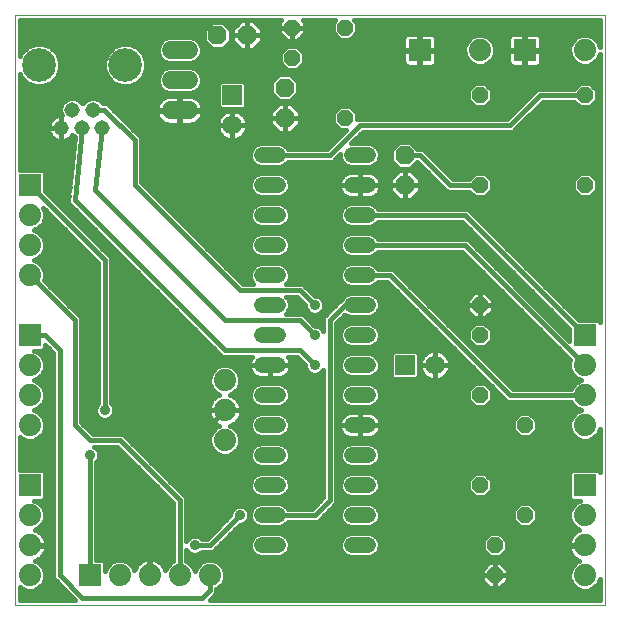
<source format=gbl>
G75*
G70*
%OFA0B0*%
%FSLAX24Y24*%
%IPPOS*%
%LPD*%
%AMOC8*
5,1,8,0,0,1.08239X$1,22.5*
%
%ADD10C,0.0000*%
%ADD11C,0.0515*%
%ADD12C,0.1122*%
%ADD13C,0.0600*%
%ADD14OC8,0.0630*%
%ADD15R,0.0650X0.0650*%
%ADD16C,0.0650*%
%ADD17OC8,0.0520*%
%ADD18C,0.0520*%
%ADD19C,0.0740*%
%ADD20R,0.0740X0.0740*%
%ADD21C,0.0160*%
%ADD22C,0.0356*%
D10*
X000816Y001371D02*
X000816Y021056D01*
X020501Y021056D01*
X020501Y001371D01*
X000816Y001371D01*
D11*
X002366Y017271D03*
X002736Y017891D03*
X003066Y017271D03*
X003426Y017891D03*
X003736Y017271D03*
D12*
X004503Y019371D03*
X001629Y019371D03*
D13*
X006016Y019871D02*
X006616Y019871D01*
X006616Y018871D02*
X006016Y018871D01*
X006016Y017871D02*
X006616Y017871D01*
D14*
X007566Y020371D03*
X008566Y020371D03*
X009816Y018621D03*
X009816Y017621D03*
X013816Y016371D03*
X013816Y015371D03*
D15*
X013816Y009371D03*
X008066Y018371D03*
D16*
X008066Y017371D03*
X014816Y009371D03*
D17*
X016316Y010371D03*
X016316Y011371D03*
X016316Y008371D03*
X017816Y007371D03*
X016316Y005371D03*
X017816Y004371D03*
X016816Y003371D03*
X016816Y002371D03*
X016316Y015371D03*
X016316Y018371D03*
X019816Y018371D03*
X019816Y015371D03*
X011816Y017621D03*
X010066Y019621D03*
X010066Y020621D03*
X011816Y020621D03*
D18*
X012056Y016371D02*
X012576Y016371D01*
X012576Y015371D02*
X012056Y015371D01*
X012056Y014371D02*
X012576Y014371D01*
X012576Y013371D02*
X012056Y013371D01*
X012056Y012371D02*
X012576Y012371D01*
X012576Y011371D02*
X012056Y011371D01*
X012056Y010371D02*
X012576Y010371D01*
X012576Y009371D02*
X012056Y009371D01*
X012056Y008371D02*
X012576Y008371D01*
X012576Y007371D02*
X012056Y007371D01*
X012056Y006371D02*
X012576Y006371D01*
X012576Y005371D02*
X012056Y005371D01*
X012056Y004371D02*
X012576Y004371D01*
X012576Y003371D02*
X012056Y003371D01*
X009576Y003371D02*
X009056Y003371D01*
X009056Y004371D02*
X009576Y004371D01*
X009576Y005371D02*
X009056Y005371D01*
X009056Y006371D02*
X009576Y006371D01*
X009576Y007371D02*
X009056Y007371D01*
X009056Y008371D02*
X009576Y008371D01*
X009576Y009371D02*
X009056Y009371D01*
X009056Y010371D02*
X009576Y010371D01*
X009576Y011371D02*
X009056Y011371D01*
X009056Y012371D02*
X009576Y012371D01*
X009576Y013371D02*
X009056Y013371D01*
X009056Y014371D02*
X009576Y014371D01*
X009576Y015371D02*
X009056Y015371D01*
X009056Y016371D02*
X009576Y016371D01*
D19*
X016316Y019871D03*
X019816Y019871D03*
X019816Y009371D03*
X019816Y008371D03*
X019816Y007371D03*
X019816Y004371D03*
X019816Y003371D03*
X019816Y002371D03*
X007816Y006871D03*
X007816Y007871D03*
X007816Y008871D03*
X007316Y002371D03*
X006316Y002371D03*
X005316Y002371D03*
X004316Y002371D03*
X001316Y002371D03*
X001316Y003371D03*
X001316Y004371D03*
X001316Y007371D03*
X001316Y008371D03*
X001316Y009371D03*
X001316Y012371D03*
X001316Y013371D03*
X001316Y014371D03*
D20*
X001316Y015371D03*
X001316Y010371D03*
X001316Y005371D03*
X003316Y002371D03*
X014316Y019871D03*
X017816Y019871D03*
X019816Y010371D03*
X019816Y005371D03*
D21*
X019306Y005334D02*
X016716Y005334D01*
X016716Y005205D02*
X016482Y004971D01*
X016151Y004971D01*
X015916Y005205D01*
X015916Y005536D01*
X016151Y005771D01*
X016482Y005771D01*
X016716Y005536D01*
X016716Y005205D01*
X016687Y005176D02*
X019306Y005176D01*
X019306Y005017D02*
X016529Y005017D01*
X016104Y005017D02*
X012768Y005017D01*
X012803Y005032D02*
X012915Y005144D01*
X012976Y005291D01*
X012976Y005450D01*
X012915Y005597D01*
X012803Y005710D01*
X012656Y005771D01*
X011977Y005771D01*
X011830Y005710D01*
X011717Y005597D01*
X011656Y005450D01*
X011656Y005291D01*
X011717Y005144D01*
X011830Y005032D01*
X011977Y004971D01*
X012656Y004971D01*
X012803Y005032D01*
X012929Y005176D02*
X015946Y005176D01*
X015916Y005334D02*
X012976Y005334D01*
X012959Y005493D02*
X015916Y005493D01*
X016031Y005651D02*
X012861Y005651D01*
X012656Y005971D02*
X012803Y006032D01*
X012915Y006144D01*
X012976Y006291D01*
X012976Y006450D01*
X012915Y006597D01*
X012803Y006710D01*
X012656Y006771D01*
X011977Y006771D01*
X011830Y006710D01*
X011717Y006597D01*
X011656Y006450D01*
X011656Y006291D01*
X011717Y006144D01*
X011830Y006032D01*
X011977Y005971D01*
X012656Y005971D01*
X012898Y006127D02*
X020321Y006127D01*
X020321Y005968D02*
X011536Y005968D01*
X011536Y005810D02*
X019318Y005810D01*
X019306Y005799D02*
X019306Y004943D01*
X019388Y004861D01*
X019667Y004861D01*
X019527Y004803D01*
X019384Y004660D01*
X019306Y004472D01*
X019306Y004269D01*
X019384Y004082D01*
X019527Y003938D01*
X019640Y003892D01*
X019605Y003880D01*
X019528Y003841D01*
X019458Y003790D01*
X019397Y003729D01*
X019346Y003659D01*
X019307Y003582D01*
X019280Y003499D01*
X019266Y003414D01*
X019266Y003391D01*
X019796Y003391D01*
X019796Y003351D01*
X019266Y003351D01*
X019266Y003327D01*
X019280Y003242D01*
X019307Y003160D01*
X019346Y003082D01*
X019397Y003012D01*
X019458Y002951D01*
X019528Y002900D01*
X019605Y002861D01*
X019640Y002850D01*
X019527Y002803D01*
X019384Y002660D01*
X019306Y002472D01*
X019306Y002269D01*
X019384Y002082D01*
X019527Y001938D01*
X019715Y001861D01*
X019918Y001861D01*
X020105Y001938D01*
X020249Y002082D01*
X020321Y002257D01*
X020321Y001551D01*
X007307Y001551D01*
X007407Y001651D01*
X007536Y001780D01*
X007536Y001910D01*
X007605Y001938D01*
X007749Y002082D01*
X007826Y002269D01*
X007826Y002472D01*
X007749Y002660D01*
X007605Y002803D01*
X007418Y002881D01*
X007215Y002881D01*
X007027Y002803D01*
X006884Y002660D01*
X006816Y002496D01*
X006749Y002660D01*
X006605Y002803D01*
X006536Y002832D01*
X006536Y003216D01*
X006547Y003191D01*
X006636Y003101D01*
X006753Y003053D01*
X006880Y003053D01*
X006997Y003101D01*
X007046Y003151D01*
X007225Y003151D01*
X007407Y003151D01*
X008309Y004053D01*
X008380Y004053D01*
X008497Y004101D01*
X008586Y004191D01*
X008634Y004307D01*
X008634Y004434D01*
X008586Y004551D01*
X008497Y004640D01*
X008380Y004689D01*
X008253Y004689D01*
X008136Y004640D01*
X008047Y004551D01*
X007998Y004434D01*
X007998Y004364D01*
X007225Y003591D01*
X007046Y003591D01*
X006997Y003640D01*
X006880Y003689D01*
X006753Y003689D01*
X006636Y003640D01*
X006547Y003551D01*
X006536Y003526D01*
X006536Y004780D01*
X006536Y004962D01*
X004407Y007091D01*
X004225Y007091D01*
X003407Y007091D01*
X003036Y007462D01*
X003036Y010780D01*
X003036Y010962D01*
X001798Y012200D01*
X001826Y012269D01*
X001826Y012472D01*
X001749Y012660D01*
X001605Y012803D01*
X001442Y012871D01*
X001605Y012938D01*
X001749Y013082D01*
X001826Y013269D01*
X001826Y013472D01*
X001749Y013660D01*
X001605Y013803D01*
X001442Y013871D01*
X001605Y013938D01*
X001749Y014082D01*
X001826Y014269D01*
X001826Y014472D01*
X001771Y014604D01*
X003596Y012780D01*
X003596Y008101D01*
X003547Y008051D01*
X003498Y007934D01*
X003498Y007807D01*
X003547Y007691D01*
X003636Y007601D01*
X003753Y007553D01*
X003880Y007553D01*
X003997Y007601D01*
X004086Y007691D01*
X004134Y007807D01*
X004134Y007934D01*
X004086Y008051D01*
X004036Y008101D01*
X004036Y012780D01*
X004036Y012962D01*
X001826Y015172D01*
X001826Y015799D01*
X001744Y015881D01*
X000996Y015881D01*
X000996Y019067D01*
X001035Y018974D01*
X001232Y018776D01*
X001490Y018670D01*
X001769Y018670D01*
X002026Y018776D01*
X002224Y018974D01*
X002330Y019231D01*
X002330Y019510D01*
X002224Y019768D01*
X002026Y019965D01*
X001769Y020072D01*
X001490Y020072D01*
X001232Y019965D01*
X001035Y019768D01*
X000996Y019674D01*
X000996Y020876D01*
X009699Y020876D01*
X009626Y020803D01*
X009626Y020621D01*
X010066Y020621D01*
X010066Y020620D01*
X010067Y020620D01*
X010067Y020621D01*
X010506Y020621D01*
X010506Y020803D01*
X010433Y020876D01*
X011506Y020876D01*
X011416Y020786D01*
X011416Y020455D01*
X011651Y020221D01*
X011982Y020221D01*
X012216Y020455D01*
X012216Y020786D01*
X012127Y020876D01*
X020321Y020876D01*
X020321Y019984D01*
X020249Y020160D01*
X020105Y020303D01*
X019918Y020381D01*
X019715Y020381D01*
X019527Y020303D01*
X019384Y020160D01*
X019306Y019972D01*
X019306Y019769D01*
X019384Y019582D01*
X019527Y019438D01*
X019715Y019361D01*
X019918Y019361D01*
X020105Y019438D01*
X020249Y019582D01*
X020321Y019757D01*
X020321Y010804D01*
X020244Y010881D01*
X019617Y010881D01*
X015907Y014591D01*
X015725Y014591D01*
X012918Y014591D01*
X012915Y014597D01*
X012803Y014710D01*
X012656Y014771D01*
X011977Y014771D01*
X011830Y014710D01*
X011717Y014597D01*
X011656Y014450D01*
X011656Y014291D01*
X011717Y014144D01*
X011830Y014032D01*
X011977Y013971D01*
X012656Y013971D01*
X012803Y014032D01*
X012915Y014144D01*
X012918Y014151D01*
X015725Y014151D01*
X019306Y010570D01*
X019306Y010192D01*
X016036Y013462D01*
X015907Y013591D01*
X012918Y013591D01*
X012915Y013597D01*
X012803Y013710D01*
X012656Y013771D01*
X011977Y013771D01*
X011830Y013710D01*
X011717Y013597D01*
X011656Y013450D01*
X011656Y013291D01*
X011717Y013144D01*
X011830Y013032D01*
X011977Y012971D01*
X012656Y012971D01*
X012803Y013032D01*
X012915Y013144D01*
X012918Y013151D01*
X015725Y013151D01*
X019335Y009541D01*
X019306Y009472D01*
X019306Y009269D01*
X019384Y009082D01*
X019527Y008938D01*
X019691Y008871D01*
X019527Y008803D01*
X019384Y008660D01*
X019355Y008591D01*
X017407Y008591D01*
X013407Y012591D01*
X013225Y012591D01*
X012918Y012591D01*
X012915Y012597D01*
X012803Y012710D01*
X012656Y012771D01*
X011977Y012771D01*
X011830Y012710D01*
X011717Y012597D01*
X011656Y012450D01*
X011656Y012291D01*
X011717Y012144D01*
X011830Y012032D01*
X011977Y011971D01*
X012656Y011971D01*
X012803Y012032D01*
X012915Y012144D01*
X012918Y012151D01*
X013225Y012151D01*
X017096Y008280D01*
X017225Y008151D01*
X019355Y008151D01*
X019384Y008082D01*
X019527Y007938D01*
X019691Y007871D01*
X019527Y007803D01*
X019384Y007660D01*
X019306Y007472D01*
X019306Y007269D01*
X019384Y007082D01*
X019527Y006938D01*
X019715Y006861D01*
X019918Y006861D01*
X020105Y006938D01*
X020249Y007082D01*
X020321Y007257D01*
X020321Y005804D01*
X020244Y005881D01*
X019388Y005881D01*
X019306Y005799D01*
X019306Y005651D02*
X016601Y005651D01*
X016716Y005493D02*
X019306Y005493D01*
X019662Y004859D02*
X011536Y004859D01*
X011536Y004780D02*
X011407Y004651D01*
X010907Y004151D01*
X010725Y004151D01*
X009918Y004151D01*
X009915Y004144D01*
X009803Y004032D01*
X009656Y003971D01*
X008977Y003971D01*
X008830Y004032D01*
X008717Y004144D01*
X008656Y004291D01*
X008656Y004450D01*
X008717Y004597D01*
X008830Y004710D01*
X008977Y004771D01*
X009656Y004771D01*
X009803Y004710D01*
X009915Y004597D01*
X009918Y004591D01*
X010725Y004591D01*
X011096Y004962D01*
X011096Y009216D01*
X011086Y009191D01*
X010997Y009101D01*
X010880Y009053D01*
X010753Y009053D01*
X010636Y009101D01*
X010547Y009191D01*
X010498Y009307D01*
X010498Y009378D01*
X010225Y009651D01*
X009917Y009651D01*
X009953Y009601D01*
X009984Y009540D01*
X010006Y009474D01*
X010016Y009405D01*
X010016Y009371D01*
X009317Y009371D01*
X009317Y009370D01*
X010016Y009370D01*
X010016Y009336D01*
X010006Y009268D01*
X009984Y009202D01*
X009953Y009140D01*
X009912Y009084D01*
X009863Y009035D01*
X009807Y008994D01*
X009745Y008963D01*
X009679Y008942D01*
X009611Y008931D01*
X009317Y008931D01*
X009317Y009370D01*
X009316Y009370D01*
X009316Y008931D01*
X009022Y008931D01*
X008953Y008942D01*
X008887Y008963D01*
X008826Y008994D01*
X008770Y009035D01*
X008721Y009084D01*
X008680Y009140D01*
X008649Y009202D01*
X008627Y009268D01*
X008616Y009336D01*
X008616Y009370D01*
X009316Y009370D01*
X009316Y009371D01*
X008616Y009371D01*
X008616Y009405D01*
X008627Y009474D01*
X008649Y009540D01*
X008680Y009601D01*
X008716Y009651D01*
X007725Y009651D01*
X007596Y009780D01*
X002716Y014660D01*
X002703Y014661D01*
X002653Y014723D01*
X002596Y014780D01*
X002596Y014793D01*
X002588Y014803D01*
X002596Y014882D01*
X002596Y014962D01*
X002606Y014971D01*
X002813Y016962D01*
X002738Y017037D01*
X002700Y016986D01*
X002651Y016937D01*
X002596Y016897D01*
X002534Y016865D01*
X002469Y016844D01*
X002401Y016833D01*
X002367Y016833D01*
X002367Y017270D01*
X002366Y017270D01*
X002366Y016833D01*
X002332Y016833D01*
X002264Y016844D01*
X002198Y016865D01*
X002137Y016897D01*
X002081Y016937D01*
X002033Y016986D01*
X001992Y017041D01*
X001961Y017103D01*
X001940Y017168D01*
X001929Y017236D01*
X001929Y017270D01*
X002366Y017270D01*
X002366Y017271D01*
X001929Y017271D01*
X001929Y017305D01*
X001940Y017373D01*
X001961Y017439D01*
X001992Y017500D01*
X002033Y017556D01*
X002081Y017604D01*
X002137Y017645D01*
X002198Y017676D01*
X002264Y017697D01*
X002332Y017708D01*
X002366Y017708D01*
X002366Y017271D01*
X002367Y017271D01*
X002367Y017708D01*
X002382Y017708D01*
X002339Y017812D01*
X002339Y017970D01*
X002399Y018116D01*
X002511Y018228D01*
X002657Y018288D01*
X002815Y018288D01*
X002961Y018228D01*
X003073Y018116D01*
X003081Y018096D01*
X003089Y018116D01*
X003201Y018228D01*
X003347Y018288D01*
X003505Y018288D01*
X003651Y018228D01*
X003763Y018116D01*
X003765Y018111D01*
X003887Y018111D01*
X004907Y017091D01*
X004907Y017091D01*
X005036Y016962D01*
X005036Y015462D01*
X008407Y012091D01*
X008771Y012091D01*
X008717Y012144D01*
X008656Y012291D01*
X008656Y012450D01*
X008717Y012597D01*
X008830Y012710D01*
X008977Y012771D01*
X009656Y012771D01*
X009803Y012710D01*
X009915Y012597D01*
X009976Y012450D01*
X009976Y012291D01*
X009915Y012144D01*
X009862Y012091D01*
X010225Y012091D01*
X010407Y012091D01*
X010809Y011689D01*
X010880Y011689D01*
X010997Y011640D01*
X011086Y011551D01*
X011134Y011434D01*
X011134Y011307D01*
X011086Y011191D01*
X010997Y011101D01*
X010880Y011053D01*
X010753Y011053D01*
X010636Y011101D01*
X010547Y011191D01*
X010498Y011307D01*
X010498Y011378D01*
X010225Y011651D01*
X009862Y011651D01*
X009915Y011597D01*
X009976Y011450D01*
X009976Y011291D01*
X009915Y011144D01*
X009862Y011091D01*
X010225Y011091D01*
X010407Y011091D01*
X010809Y010689D01*
X010880Y010689D01*
X010997Y010640D01*
X011086Y010551D01*
X011096Y010526D01*
X011096Y010780D01*
X011096Y010962D01*
X011596Y011462D01*
X011707Y011572D01*
X011717Y011597D01*
X011830Y011710D01*
X011977Y011771D01*
X012656Y011771D01*
X012803Y011710D01*
X012915Y011597D01*
X012976Y011450D01*
X012976Y011291D01*
X012915Y011144D01*
X012803Y011032D01*
X012656Y010971D01*
X011977Y010971D01*
X011830Y011032D01*
X011809Y011052D01*
X011536Y010780D01*
X011536Y004780D01*
X011457Y004700D02*
X011820Y004700D01*
X011830Y004710D02*
X011717Y004597D01*
X011656Y004450D01*
X011656Y004291D01*
X011717Y004144D01*
X011830Y004032D01*
X011977Y003971D01*
X012656Y003971D01*
X012803Y004032D01*
X012915Y004144D01*
X012976Y004291D01*
X012976Y004450D01*
X012915Y004597D01*
X012803Y004710D01*
X012656Y004771D01*
X011977Y004771D01*
X011830Y004710D01*
X011694Y004542D02*
X011298Y004542D01*
X011140Y004383D02*
X011656Y004383D01*
X011684Y004224D02*
X010981Y004224D01*
X010816Y004371D02*
X011316Y004871D01*
X011316Y010871D01*
X011816Y011371D01*
X012316Y011371D01*
X012813Y011042D02*
X014334Y011042D01*
X014176Y011200D02*
X012939Y011200D01*
X012976Y011359D02*
X014017Y011359D01*
X013858Y011517D02*
X012949Y011517D01*
X012837Y011676D02*
X013700Y011676D01*
X013541Y011835D02*
X010664Y011835D01*
X010505Y011993D02*
X011923Y011993D01*
X011714Y012152D02*
X009919Y012152D01*
X009976Y012310D02*
X011656Y012310D01*
X011664Y012469D02*
X009969Y012469D01*
X009885Y012627D02*
X011747Y012627D01*
X011758Y013103D02*
X009874Y013103D01*
X009915Y013144D02*
X009803Y013032D01*
X009656Y012971D01*
X008977Y012971D01*
X008830Y013032D01*
X008717Y013144D01*
X008656Y013291D01*
X008656Y013450D01*
X008717Y013597D01*
X008830Y013710D01*
X008977Y013771D01*
X009656Y013771D01*
X009803Y013710D01*
X009915Y013597D01*
X009976Y013450D01*
X009976Y013291D01*
X009915Y013144D01*
X009964Y013261D02*
X011669Y013261D01*
X011656Y013420D02*
X009976Y013420D01*
X009923Y013579D02*
X011710Y013579D01*
X011896Y013737D02*
X009737Y013737D01*
X009656Y013971D02*
X009803Y014032D01*
X009915Y014144D01*
X009976Y014291D01*
X009976Y014450D01*
X009915Y014597D01*
X009803Y014710D01*
X009656Y014771D01*
X008977Y014771D01*
X008830Y014710D01*
X008717Y014597D01*
X008656Y014450D01*
X008656Y014291D01*
X008717Y014144D01*
X008830Y014032D01*
X008977Y013971D01*
X009656Y013971D01*
X009826Y014054D02*
X011807Y014054D01*
X011689Y014213D02*
X009944Y014213D01*
X009976Y014371D02*
X011656Y014371D01*
X011689Y014530D02*
X009943Y014530D01*
X009824Y014688D02*
X011808Y014688D01*
X011887Y014963D02*
X011953Y014942D01*
X012022Y014931D01*
X012316Y014931D01*
X012316Y015370D01*
X012317Y015370D01*
X012317Y014931D01*
X012611Y014931D01*
X012679Y014942D01*
X012745Y014963D01*
X012807Y014994D01*
X012863Y015035D01*
X012912Y015084D01*
X012953Y015140D01*
X012984Y015202D01*
X013006Y015268D01*
X013016Y015336D01*
X013016Y015370D01*
X012317Y015370D01*
X012317Y015371D01*
X013016Y015371D01*
X013016Y015405D01*
X013006Y015474D01*
X012984Y015540D01*
X012953Y015601D01*
X012912Y015657D01*
X012863Y015706D01*
X012807Y015747D01*
X012745Y015778D01*
X012679Y015800D01*
X012611Y015811D01*
X012317Y015811D01*
X012317Y015371D01*
X012316Y015371D01*
X012316Y015370D01*
X011616Y015370D01*
X011616Y015336D01*
X011627Y015268D01*
X011649Y015202D01*
X011680Y015140D01*
X011721Y015084D01*
X011770Y015035D01*
X011826Y014994D01*
X011887Y014963D01*
X011811Y015005D02*
X009740Y015005D01*
X009803Y015032D02*
X009915Y015144D01*
X009976Y015291D01*
X009976Y015450D01*
X009915Y015597D01*
X009803Y015710D01*
X009656Y015771D01*
X008977Y015771D01*
X008830Y015710D01*
X008717Y015597D01*
X008656Y015450D01*
X008656Y015291D01*
X008717Y015144D01*
X008830Y015032D01*
X008977Y014971D01*
X009656Y014971D01*
X009803Y015032D01*
X009924Y015164D02*
X011668Y015164D01*
X011619Y015323D02*
X009976Y015323D01*
X009964Y015481D02*
X011630Y015481D01*
X011627Y015474D02*
X011649Y015540D01*
X011680Y015601D01*
X011721Y015657D01*
X011770Y015706D01*
X011826Y015747D01*
X011887Y015778D01*
X011953Y015800D01*
X012022Y015811D01*
X012316Y015811D01*
X012316Y015371D01*
X011616Y015371D01*
X011616Y015405D01*
X011627Y015474D01*
X011708Y015640D02*
X009873Y015640D01*
X009656Y015971D02*
X009803Y016032D01*
X009915Y016144D01*
X009918Y016151D01*
X011407Y016151D01*
X011536Y016280D01*
X011656Y016400D01*
X011656Y016291D01*
X011717Y016144D01*
X011830Y016032D01*
X011977Y015971D01*
X012656Y015971D01*
X012803Y016032D01*
X012915Y016144D01*
X012976Y016291D01*
X012976Y016450D01*
X012915Y016597D01*
X012803Y016710D01*
X012656Y016771D01*
X012027Y016771D01*
X012407Y017151D01*
X017407Y017151D01*
X017536Y017280D01*
X018407Y018151D01*
X019471Y018151D01*
X019651Y017971D01*
X019982Y017971D01*
X020216Y018205D01*
X020216Y018536D01*
X019982Y018771D01*
X019651Y018771D01*
X019471Y018591D01*
X018407Y018591D01*
X018225Y018591D01*
X017225Y017591D01*
X012407Y017591D01*
X012225Y017591D01*
X012216Y017582D01*
X012216Y017786D01*
X011982Y018021D01*
X011651Y018021D01*
X011416Y017786D01*
X011416Y017455D01*
X011651Y017221D01*
X011855Y017221D01*
X011225Y016591D01*
X009918Y016591D01*
X011225Y016591D01*
X011384Y016749D02*
X009707Y016749D01*
X009656Y016771D02*
X008977Y016771D01*
X008830Y016710D01*
X008717Y016597D01*
X008656Y016450D01*
X008656Y016291D01*
X008717Y016144D01*
X008830Y016032D01*
X008977Y015971D01*
X009656Y015971D01*
X009887Y016115D02*
X011746Y016115D01*
X011664Y016274D02*
X011531Y016274D01*
X011316Y016371D02*
X009316Y016371D01*
X009656Y016771D02*
X009803Y016710D01*
X009915Y016597D01*
X009918Y016591D01*
X009817Y017126D02*
X010021Y017126D01*
X010311Y017416D01*
X010311Y017620D01*
X009817Y017620D01*
X009817Y017621D01*
X010311Y017621D01*
X010311Y017826D01*
X010021Y018116D01*
X009817Y018116D01*
X009817Y017621D01*
X009816Y017621D01*
X009816Y017620D01*
X009817Y017620D01*
X009817Y017126D01*
X009816Y017126D02*
X009816Y017620D01*
X009321Y017620D01*
X009321Y017416D01*
X009611Y017126D01*
X009816Y017126D01*
X009816Y017225D02*
X009817Y017225D01*
X009816Y017384D02*
X009817Y017384D01*
X009816Y017542D02*
X009817Y017542D01*
X009816Y017621D02*
X009321Y017621D01*
X009321Y017826D01*
X009611Y018116D01*
X009816Y018116D01*
X009816Y017621D01*
X009816Y017701D02*
X009817Y017701D01*
X009816Y017859D02*
X009817Y017859D01*
X009816Y018018D02*
X009817Y018018D01*
X010005Y018166D02*
X009628Y018166D01*
X009361Y018432D01*
X009361Y018809D01*
X009628Y019076D01*
X010005Y019076D01*
X010271Y018809D01*
X010271Y018432D01*
X010005Y018166D01*
X010015Y018176D02*
X015945Y018176D01*
X015916Y018205D02*
X016151Y017971D01*
X016482Y017971D01*
X016716Y018205D01*
X016716Y018536D01*
X016482Y018771D01*
X016151Y018771D01*
X015916Y018536D01*
X015916Y018205D01*
X015916Y018335D02*
X010174Y018335D01*
X010271Y018493D02*
X015916Y018493D01*
X016032Y018652D02*
X010271Y018652D01*
X010270Y018810D02*
X020321Y018810D01*
X020321Y018652D02*
X020101Y018652D01*
X020216Y018493D02*
X020321Y018493D01*
X020321Y018335D02*
X020216Y018335D01*
X020188Y018176D02*
X020321Y018176D01*
X020321Y018018D02*
X020029Y018018D01*
X019816Y018371D02*
X018316Y018371D01*
X017316Y017371D01*
X012316Y017371D01*
X011316Y016371D01*
X011543Y016908D02*
X008270Y016908D01*
X008260Y016903D02*
X008331Y016939D01*
X008395Y016986D01*
X008452Y017042D01*
X008498Y017106D01*
X008534Y017177D01*
X008559Y017252D01*
X008571Y017331D01*
X008571Y017370D01*
X008067Y017370D01*
X008067Y017371D01*
X008571Y017371D01*
X008571Y017410D01*
X008559Y017489D01*
X008534Y017565D01*
X008498Y017635D01*
X008452Y017700D01*
X008395Y017756D01*
X008331Y017803D01*
X008260Y017839D01*
X008185Y017863D01*
X008106Y017876D01*
X008067Y017876D01*
X008067Y017371D01*
X008066Y017371D01*
X008066Y017370D01*
X008067Y017370D01*
X008067Y016866D01*
X008106Y016866D01*
X008185Y016878D01*
X008260Y016903D01*
X008067Y016908D02*
X008066Y016908D01*
X008066Y016866D02*
X008066Y017370D01*
X007561Y017370D01*
X007561Y017331D01*
X007574Y017252D01*
X007598Y017177D01*
X007634Y017106D01*
X007681Y017042D01*
X007737Y016986D01*
X007802Y016939D01*
X007873Y016903D01*
X007948Y016878D01*
X008027Y016866D01*
X008066Y016866D01*
X008066Y017066D02*
X008067Y017066D01*
X008066Y017225D02*
X008067Y017225D01*
X008066Y017371D02*
X007561Y017371D01*
X007561Y017410D01*
X007574Y017489D01*
X007598Y017565D01*
X007634Y017635D01*
X007681Y017700D01*
X007737Y017756D01*
X007802Y017803D01*
X007873Y017839D01*
X007948Y017863D01*
X008027Y017876D01*
X008066Y017876D01*
X008066Y017371D01*
X008066Y017384D02*
X008067Y017384D01*
X008066Y017542D02*
X008067Y017542D01*
X008066Y017701D02*
X008067Y017701D01*
X008066Y017859D02*
X008067Y017859D01*
X008197Y017859D02*
X009355Y017859D01*
X009321Y017701D02*
X008451Y017701D01*
X008542Y017542D02*
X009321Y017542D01*
X009353Y017384D02*
X008571Y017384D01*
X008550Y017225D02*
X009512Y017225D01*
X008925Y016749D02*
X005036Y016749D01*
X005036Y016591D02*
X008715Y016591D01*
X008656Y016432D02*
X005036Y016432D01*
X005036Y016274D02*
X008664Y016274D01*
X008746Y016115D02*
X005036Y016115D01*
X005036Y015957D02*
X013587Y015957D01*
X013628Y015916D02*
X014005Y015916D01*
X014233Y016143D01*
X015225Y015151D01*
X015407Y015151D01*
X015971Y015151D01*
X016151Y014971D01*
X016482Y014971D01*
X016716Y015205D01*
X016716Y015536D01*
X016482Y015771D01*
X016151Y015771D01*
X015971Y015591D01*
X015407Y015591D01*
X014536Y016462D01*
X014407Y016591D01*
X014240Y016591D01*
X014005Y016826D01*
X013628Y016826D01*
X013361Y016559D01*
X013361Y016182D01*
X013628Y015916D01*
X013611Y015866D02*
X013321Y015576D01*
X013321Y015371D01*
X013816Y015371D01*
X013816Y015370D01*
X013817Y015370D01*
X013817Y015371D01*
X014311Y015371D01*
X014311Y015576D01*
X014021Y015866D01*
X013817Y015866D01*
X013817Y015371D01*
X013816Y015371D01*
X013816Y015866D01*
X013611Y015866D01*
X013544Y015798D02*
X012685Y015798D01*
X012317Y015798D02*
X012316Y015798D01*
X012316Y015640D02*
X012317Y015640D01*
X012316Y015481D02*
X012317Y015481D01*
X012316Y015323D02*
X012317Y015323D01*
X012316Y015164D02*
X012317Y015164D01*
X012316Y015005D02*
X012317Y015005D01*
X012822Y015005D02*
X013482Y015005D01*
X013611Y014876D02*
X013321Y015166D01*
X013321Y015370D01*
X013816Y015370D01*
X013816Y014876D01*
X013611Y014876D01*
X013817Y014876D02*
X014021Y014876D01*
X014311Y015166D01*
X014311Y015370D01*
X013817Y015370D01*
X013817Y014876D01*
X013816Y015005D02*
X013817Y015005D01*
X013816Y015164D02*
X013817Y015164D01*
X013816Y015323D02*
X013817Y015323D01*
X013816Y015481D02*
X013817Y015481D01*
X013816Y015640D02*
X013817Y015640D01*
X013816Y015798D02*
X013817Y015798D01*
X014089Y015798D02*
X014578Y015798D01*
X014736Y015640D02*
X014247Y015640D01*
X014311Y015481D02*
X014895Y015481D01*
X015053Y015323D02*
X014311Y015323D01*
X014310Y015164D02*
X015212Y015164D01*
X015316Y015371D02*
X014316Y016371D01*
X013816Y016371D01*
X013552Y016749D02*
X012707Y016749D01*
X012918Y016591D02*
X013393Y016591D01*
X013361Y016432D02*
X012976Y016432D01*
X012969Y016274D02*
X013361Y016274D01*
X013428Y016115D02*
X012887Y016115D01*
X012925Y015640D02*
X013385Y015640D01*
X013321Y015481D02*
X013003Y015481D01*
X013014Y015323D02*
X013321Y015323D01*
X013323Y015164D02*
X012965Y015164D01*
X012824Y014688D02*
X020321Y014688D01*
X020321Y014530D02*
X015968Y014530D01*
X015816Y014371D02*
X019816Y010371D01*
X019306Y010408D02*
X019090Y010408D01*
X018932Y010566D02*
X019306Y010566D01*
X019151Y010725D02*
X018773Y010725D01*
X018615Y010883D02*
X018993Y010883D01*
X018834Y011042D02*
X018456Y011042D01*
X018298Y011200D02*
X018676Y011200D01*
X018517Y011359D02*
X018139Y011359D01*
X017981Y011517D02*
X018358Y011517D01*
X018200Y011676D02*
X017822Y011676D01*
X017664Y011835D02*
X018041Y011835D01*
X017883Y011993D02*
X017505Y011993D01*
X017346Y012152D02*
X017724Y012152D01*
X017566Y012310D02*
X017188Y012310D01*
X017029Y012469D02*
X017407Y012469D01*
X017249Y012627D02*
X016871Y012627D01*
X016712Y012786D02*
X017090Y012786D01*
X016932Y012944D02*
X016554Y012944D01*
X016395Y013103D02*
X016773Y013103D01*
X016614Y013261D02*
X016237Y013261D01*
X016078Y013420D02*
X016456Y013420D01*
X016297Y013579D02*
X015920Y013579D01*
X015816Y013371D02*
X012316Y013371D01*
X012737Y013737D02*
X016139Y013737D01*
X015980Y013896D02*
X006603Y013896D01*
X006761Y013737D02*
X008896Y013737D01*
X008710Y013579D02*
X006920Y013579D01*
X007078Y013420D02*
X008656Y013420D01*
X008669Y013261D02*
X007237Y013261D01*
X007395Y013103D02*
X008758Y013103D01*
X008747Y012627D02*
X007871Y012627D01*
X008029Y012469D02*
X008664Y012469D01*
X008656Y012310D02*
X008188Y012310D01*
X008346Y012152D02*
X008714Y012152D01*
X008316Y011871D02*
X010316Y011871D01*
X010816Y011371D01*
X011134Y011359D02*
X011494Y011359D01*
X011652Y011517D02*
X011100Y011517D01*
X010910Y011676D02*
X011796Y011676D01*
X011799Y011042D02*
X011820Y011042D01*
X011640Y010883D02*
X014493Y010883D01*
X014651Y010725D02*
X012767Y010725D01*
X012803Y010710D02*
X012656Y010771D01*
X011977Y010771D01*
X011830Y010710D01*
X011717Y010597D01*
X011656Y010450D01*
X011656Y010291D01*
X011717Y010144D01*
X011830Y010032D01*
X011977Y009971D01*
X012656Y009971D01*
X012803Y010032D01*
X012915Y010144D01*
X012976Y010291D01*
X012976Y010450D01*
X012915Y010597D01*
X012803Y010710D01*
X012928Y010566D02*
X014810Y010566D01*
X014968Y010408D02*
X012976Y010408D01*
X012959Y010249D02*
X015127Y010249D01*
X015285Y010091D02*
X012862Y010091D01*
X012656Y009771D02*
X012803Y009710D01*
X012915Y009597D01*
X012976Y009450D01*
X012976Y009291D01*
X012915Y009144D01*
X012803Y009032D01*
X012656Y008971D01*
X011977Y008971D01*
X011830Y009032D01*
X011717Y009144D01*
X011656Y009291D01*
X011656Y009450D01*
X011717Y009597D01*
X011830Y009710D01*
X011977Y009771D01*
X012656Y009771D01*
X012898Y009615D02*
X013351Y009615D01*
X013351Y009754D02*
X013433Y009836D01*
X014199Y009836D01*
X014281Y009754D01*
X014281Y008988D01*
X014199Y008906D01*
X013433Y008906D01*
X013351Y008988D01*
X013351Y009754D01*
X013371Y009774D02*
X011536Y009774D01*
X011536Y009932D02*
X015444Y009932D01*
X015602Y009774D02*
X015121Y009774D01*
X015145Y009756D02*
X015081Y009803D01*
X015010Y009839D01*
X014935Y009863D01*
X014856Y009876D01*
X014817Y009876D01*
X014817Y009371D01*
X015321Y009371D01*
X015321Y009410D01*
X015309Y009489D01*
X015284Y009565D01*
X015248Y009635D01*
X015202Y009700D01*
X015145Y009756D01*
X015259Y009615D02*
X015761Y009615D01*
X015920Y009456D02*
X015314Y009456D01*
X015321Y009370D02*
X014817Y009370D01*
X014817Y009371D01*
X014816Y009371D01*
X014816Y009370D01*
X014817Y009370D01*
X014817Y008866D01*
X014856Y008866D01*
X014935Y008878D01*
X015010Y008903D01*
X015081Y008939D01*
X015145Y008986D01*
X015202Y009042D01*
X015248Y009106D01*
X015284Y009177D01*
X015309Y009252D01*
X015321Y009331D01*
X015321Y009370D01*
X015316Y009298D02*
X016078Y009298D01*
X016237Y009139D02*
X015265Y009139D01*
X015139Y008981D02*
X016395Y008981D01*
X016554Y008822D02*
X011536Y008822D01*
X011536Y008664D02*
X011784Y008664D01*
X011830Y008710D02*
X011717Y008597D01*
X011656Y008450D01*
X011656Y008291D01*
X011717Y008144D01*
X011830Y008032D01*
X011977Y007971D01*
X012656Y007971D01*
X012803Y008032D01*
X012915Y008144D01*
X012976Y008291D01*
X012976Y008450D01*
X012915Y008597D01*
X012803Y008710D01*
X012656Y008771D01*
X011977Y008771D01*
X011830Y008710D01*
X011679Y008505D02*
X011536Y008505D01*
X011536Y008347D02*
X011656Y008347D01*
X011699Y008188D02*
X011536Y008188D01*
X011536Y008030D02*
X011835Y008030D01*
X011887Y007778D02*
X011826Y007747D01*
X011770Y007706D01*
X011721Y007657D01*
X011680Y007601D01*
X011649Y007540D01*
X011627Y007474D01*
X011616Y007405D01*
X011616Y007371D01*
X012316Y007371D01*
X012316Y007370D01*
X012317Y007370D01*
X012317Y006931D01*
X012611Y006931D01*
X012679Y006942D01*
X012745Y006963D01*
X012807Y006994D01*
X012863Y007035D01*
X012912Y007084D01*
X012953Y007140D01*
X012984Y007202D01*
X013006Y007268D01*
X013016Y007336D01*
X013016Y007370D01*
X012317Y007370D01*
X012317Y007371D01*
X013016Y007371D01*
X013016Y007405D01*
X013006Y007474D01*
X012984Y007540D01*
X012953Y007601D01*
X012912Y007657D01*
X012863Y007706D01*
X012807Y007747D01*
X012745Y007778D01*
X012679Y007800D01*
X012611Y007811D01*
X012317Y007811D01*
X012317Y007371D01*
X012316Y007371D01*
X012316Y007811D01*
X012022Y007811D01*
X011953Y007800D01*
X011887Y007778D01*
X011778Y007712D02*
X011536Y007712D01*
X011536Y007554D02*
X011656Y007554D01*
X011616Y007395D02*
X011536Y007395D01*
X011616Y007370D02*
X011616Y007336D01*
X011627Y007268D01*
X011649Y007202D01*
X011680Y007140D01*
X011721Y007084D01*
X011770Y007035D01*
X011826Y006994D01*
X011887Y006963D01*
X011953Y006942D01*
X012022Y006931D01*
X012316Y006931D01*
X012316Y007370D01*
X011616Y007370D01*
X011637Y007237D02*
X011536Y007237D01*
X011536Y007078D02*
X011727Y007078D01*
X011536Y006920D02*
X019572Y006920D01*
X019388Y007078D02*
X018090Y007078D01*
X017982Y006971D02*
X018216Y007205D01*
X018216Y007536D01*
X017982Y007771D01*
X017651Y007771D01*
X017416Y007536D01*
X017416Y007205D01*
X017651Y006971D01*
X017982Y006971D01*
X018216Y007237D02*
X019320Y007237D01*
X019306Y007395D02*
X018216Y007395D01*
X018199Y007554D02*
X019340Y007554D01*
X019437Y007712D02*
X018040Y007712D01*
X017592Y007712D02*
X012855Y007712D01*
X012977Y007554D02*
X017434Y007554D01*
X017416Y007395D02*
X013016Y007395D01*
X012995Y007237D02*
X017416Y007237D01*
X017543Y007078D02*
X012906Y007078D01*
X012679Y006761D02*
X020321Y006761D01*
X020321Y006603D02*
X012910Y006603D01*
X012976Y006444D02*
X020321Y006444D01*
X020321Y006286D02*
X012974Y006286D01*
X012316Y007078D02*
X012317Y007078D01*
X012316Y007237D02*
X012317Y007237D01*
X012316Y007395D02*
X012317Y007395D01*
X012316Y007554D02*
X012317Y007554D01*
X012316Y007712D02*
X012317Y007712D01*
X012798Y008030D02*
X016092Y008030D01*
X016151Y007971D02*
X016482Y007971D01*
X016716Y008205D01*
X016716Y008536D01*
X016482Y008771D01*
X016151Y008771D01*
X015916Y008536D01*
X015916Y008205D01*
X016151Y007971D01*
X015933Y008188D02*
X012934Y008188D01*
X012976Y008347D02*
X015916Y008347D01*
X015916Y008505D02*
X012954Y008505D01*
X012849Y008664D02*
X016044Y008664D01*
X016589Y008664D02*
X016712Y008664D01*
X016716Y008505D02*
X016871Y008505D01*
X016716Y008347D02*
X017029Y008347D01*
X017188Y008188D02*
X016699Y008188D01*
X016541Y008030D02*
X019436Y008030D01*
X019690Y007871D02*
X011536Y007871D01*
X011096Y007871D02*
X008366Y007871D01*
X008366Y007914D01*
X008353Y007999D01*
X008326Y008082D01*
X008287Y008159D01*
X008236Y008229D01*
X008175Y008290D01*
X008105Y008341D01*
X008027Y008380D01*
X007993Y008392D01*
X008105Y008438D01*
X008249Y008582D01*
X008326Y008769D01*
X008326Y008972D01*
X008249Y009160D01*
X008105Y009303D01*
X007918Y009381D01*
X007715Y009381D01*
X007527Y009303D01*
X007384Y009160D01*
X007306Y008972D01*
X007306Y008769D01*
X007384Y008582D01*
X007527Y008438D01*
X007640Y008392D01*
X007605Y008380D01*
X007528Y008341D01*
X007458Y008290D01*
X007397Y008229D01*
X007346Y008159D01*
X007307Y008082D01*
X007280Y007999D01*
X007266Y007914D01*
X007266Y007871D01*
X004134Y007871D01*
X004095Y007712D02*
X007289Y007712D01*
X007280Y007742D02*
X007307Y007660D01*
X007346Y007582D01*
X007397Y007512D01*
X007458Y007451D01*
X007528Y007400D01*
X007605Y007361D01*
X007640Y007350D01*
X007527Y007303D01*
X007384Y007160D01*
X007306Y006972D01*
X007306Y006769D01*
X007384Y006582D01*
X007527Y006438D01*
X007715Y006361D01*
X007918Y006361D01*
X008105Y006438D01*
X008249Y006582D01*
X008326Y006769D01*
X008326Y006972D01*
X008249Y007160D01*
X008105Y007303D01*
X007993Y007350D01*
X008027Y007361D01*
X008105Y007400D01*
X008175Y007451D01*
X008236Y007512D01*
X008287Y007582D01*
X008326Y007660D01*
X008353Y007742D01*
X008366Y007827D01*
X008366Y007870D01*
X007817Y007870D01*
X007817Y007871D01*
X008366Y007871D01*
X008343Y008030D02*
X008835Y008030D01*
X008830Y008032D02*
X008977Y007971D01*
X009656Y007971D01*
X009803Y008032D01*
X009915Y008144D01*
X009976Y008291D01*
X009976Y008450D01*
X009915Y008597D01*
X009803Y008710D01*
X009656Y008771D01*
X008977Y008771D01*
X008830Y008710D01*
X008717Y008597D01*
X008656Y008450D01*
X008656Y008291D01*
X008717Y008144D01*
X008830Y008032D01*
X008699Y008188D02*
X008266Y008188D01*
X008094Y008347D02*
X008656Y008347D01*
X008679Y008505D02*
X008172Y008505D01*
X008283Y008664D02*
X008784Y008664D01*
X008852Y008981D02*
X008323Y008981D01*
X008326Y008822D02*
X011096Y008822D01*
X011096Y008664D02*
X009849Y008664D01*
X009954Y008505D02*
X011096Y008505D01*
X011096Y008347D02*
X009976Y008347D01*
X009934Y008188D02*
X011096Y008188D01*
X011096Y008030D02*
X009798Y008030D01*
X009656Y007771D02*
X009803Y007710D01*
X009915Y007597D01*
X009976Y007450D01*
X009976Y007291D01*
X009915Y007144D01*
X009803Y007032D01*
X009656Y006971D01*
X008977Y006971D01*
X008830Y007032D01*
X008717Y007144D01*
X008656Y007291D01*
X008656Y007450D01*
X008717Y007597D01*
X008830Y007710D01*
X008977Y007771D01*
X009656Y007771D01*
X009796Y007712D02*
X011096Y007712D01*
X011096Y007554D02*
X009933Y007554D01*
X009976Y007395D02*
X011096Y007395D01*
X011096Y007237D02*
X009954Y007237D01*
X009850Y007078D02*
X011096Y007078D01*
X011096Y006920D02*
X008326Y006920D01*
X008323Y006761D02*
X008954Y006761D01*
X008977Y006771D02*
X008830Y006710D01*
X008717Y006597D01*
X008656Y006450D01*
X008656Y006291D01*
X008717Y006144D01*
X008830Y006032D01*
X008977Y005971D01*
X009656Y005971D01*
X009803Y006032D01*
X009915Y006144D01*
X009976Y006291D01*
X009976Y006450D01*
X009915Y006597D01*
X009803Y006710D01*
X009656Y006771D01*
X008977Y006771D01*
X008723Y006603D02*
X008257Y006603D01*
X008111Y006444D02*
X008656Y006444D01*
X008659Y006286D02*
X005213Y006286D01*
X005054Y006444D02*
X007522Y006444D01*
X007375Y006603D02*
X004896Y006603D01*
X004737Y006761D02*
X007310Y006761D01*
X007306Y006920D02*
X004578Y006920D01*
X004420Y007078D02*
X007350Y007078D01*
X007461Y007237D02*
X003261Y007237D01*
X003103Y007395D02*
X007538Y007395D01*
X007367Y007554D02*
X003883Y007554D01*
X003750Y007554D02*
X003036Y007554D01*
X003036Y007712D02*
X003538Y007712D01*
X003498Y007871D02*
X003036Y007871D01*
X003036Y008030D02*
X003538Y008030D01*
X003596Y008188D02*
X003036Y008188D01*
X003036Y008347D02*
X003596Y008347D01*
X003596Y008505D02*
X003036Y008505D01*
X003036Y008664D02*
X003596Y008664D01*
X003596Y008822D02*
X003036Y008822D01*
X003036Y008981D02*
X003596Y008981D01*
X003596Y009139D02*
X003036Y009139D01*
X003036Y009298D02*
X003596Y009298D01*
X003596Y009456D02*
X003036Y009456D01*
X003036Y009615D02*
X003596Y009615D01*
X003596Y009774D02*
X003036Y009774D01*
X003036Y009932D02*
X003596Y009932D01*
X003596Y010091D02*
X003036Y010091D01*
X003036Y010249D02*
X003596Y010249D01*
X003596Y010408D02*
X003036Y010408D01*
X003036Y010566D02*
X003596Y010566D01*
X003596Y010725D02*
X003036Y010725D01*
X003036Y010883D02*
X003596Y010883D01*
X003596Y011042D02*
X002956Y011042D01*
X002816Y010871D02*
X001316Y012371D01*
X001826Y012310D02*
X003596Y012310D01*
X003596Y012152D02*
X001846Y012152D01*
X002005Y011993D02*
X003596Y011993D01*
X003596Y011835D02*
X002164Y011835D01*
X002322Y011676D02*
X003596Y011676D01*
X003596Y011517D02*
X002481Y011517D01*
X002639Y011359D02*
X003596Y011359D01*
X003596Y011200D02*
X002798Y011200D01*
X002816Y010871D02*
X002816Y007371D01*
X003316Y006871D01*
X004316Y006871D01*
X006316Y004871D01*
X006316Y002371D01*
X005837Y002547D02*
X005826Y002582D01*
X005787Y002659D01*
X005736Y002729D01*
X005675Y002790D01*
X005605Y002841D01*
X005527Y002880D01*
X005445Y002907D01*
X005360Y002921D01*
X005336Y002921D01*
X005336Y002391D01*
X005296Y002391D01*
X005296Y002921D01*
X005273Y002921D01*
X005188Y002907D01*
X005105Y002880D01*
X005028Y002841D01*
X004958Y002790D01*
X004897Y002729D01*
X004846Y002659D01*
X004807Y002582D01*
X004795Y002547D01*
X004749Y002660D01*
X004605Y002803D01*
X004418Y002881D01*
X004215Y002881D01*
X004027Y002803D01*
X003884Y002660D01*
X003826Y002520D01*
X003826Y002799D01*
X003744Y002881D01*
X003536Y002881D01*
X003536Y006141D01*
X003586Y006191D01*
X003634Y006307D01*
X003634Y006434D01*
X003586Y006551D01*
X003497Y006640D01*
X003471Y006651D01*
X004225Y006651D01*
X006096Y004780D01*
X006096Y002832D01*
X006027Y002803D01*
X005884Y002660D01*
X005837Y002547D01*
X005876Y002639D02*
X005797Y002639D01*
X005664Y002798D02*
X006022Y002798D01*
X006096Y002956D02*
X003536Y002956D01*
X003536Y003115D02*
X006096Y003115D01*
X006096Y003273D02*
X003536Y003273D01*
X003536Y003432D02*
X006096Y003432D01*
X006096Y003590D02*
X003536Y003590D01*
X003536Y003749D02*
X006096Y003749D01*
X006096Y003907D02*
X003536Y003907D01*
X003536Y004066D02*
X006096Y004066D01*
X006096Y004224D02*
X003536Y004224D01*
X003536Y004383D02*
X006096Y004383D01*
X006096Y004542D02*
X003536Y004542D01*
X003536Y004700D02*
X006096Y004700D01*
X006017Y004859D02*
X003536Y004859D01*
X003536Y005017D02*
X005859Y005017D01*
X005816Y004871D02*
X005316Y004371D01*
X005316Y002371D01*
X005316Y002871D01*
X004316Y003871D01*
X004022Y002798D02*
X003826Y002798D01*
X003826Y002639D02*
X003876Y002639D01*
X003316Y002371D02*
X003316Y006371D01*
X003534Y006603D02*
X004273Y006603D01*
X004432Y006444D02*
X003630Y006444D01*
X003625Y006286D02*
X004590Y006286D01*
X004749Y006127D02*
X003536Y006127D01*
X003536Y005968D02*
X004907Y005968D01*
X005066Y005810D02*
X003536Y005810D01*
X003536Y005651D02*
X005225Y005651D01*
X005383Y005493D02*
X003536Y005493D01*
X003536Y005334D02*
X005542Y005334D01*
X005700Y005176D02*
X003536Y005176D01*
X002096Y005176D02*
X001826Y005176D01*
X001826Y005334D02*
X002096Y005334D01*
X002096Y005493D02*
X001826Y005493D01*
X001826Y005651D02*
X002096Y005651D01*
X002096Y005810D02*
X001815Y005810D01*
X001826Y005799D02*
X001744Y005881D01*
X000996Y005881D01*
X000996Y006970D01*
X001027Y006938D01*
X001215Y006861D01*
X001418Y006861D01*
X001605Y006938D01*
X001749Y007082D01*
X001826Y007269D01*
X001826Y007472D01*
X001749Y007660D01*
X001605Y007803D01*
X001442Y007871D01*
X001605Y007938D01*
X001749Y008082D01*
X001826Y008269D01*
X001826Y008472D01*
X001749Y008660D01*
X001605Y008803D01*
X001442Y008871D01*
X001605Y008938D01*
X001749Y009082D01*
X001826Y009269D01*
X001826Y009472D01*
X001749Y009660D01*
X001605Y009803D01*
X001466Y009861D01*
X001744Y009861D01*
X001826Y009943D01*
X001826Y010050D01*
X002096Y009780D01*
X002096Y002462D01*
X002096Y002280D01*
X002825Y001551D01*
X000996Y001551D01*
X000996Y001970D01*
X001027Y001938D01*
X001215Y001861D01*
X001418Y001861D01*
X001605Y001938D01*
X001749Y002082D01*
X001826Y002269D01*
X001826Y002472D01*
X001749Y002660D01*
X001605Y002803D01*
X001493Y002850D01*
X001527Y002861D01*
X001605Y002900D01*
X001675Y002951D01*
X001736Y003012D01*
X001787Y003082D01*
X001826Y003160D01*
X001853Y003242D01*
X001866Y003327D01*
X001866Y003351D01*
X001337Y003351D01*
X001337Y003391D01*
X001866Y003391D01*
X001866Y003414D01*
X001853Y003499D01*
X001826Y003582D01*
X001787Y003659D01*
X001736Y003729D01*
X001675Y003790D01*
X001605Y003841D01*
X001527Y003880D01*
X001493Y003892D01*
X001605Y003938D01*
X001749Y004082D01*
X001826Y004269D01*
X001826Y004472D01*
X001749Y004660D01*
X001605Y004803D01*
X001466Y004861D01*
X001744Y004861D01*
X001826Y004943D01*
X001826Y005799D01*
X002096Y005968D02*
X000996Y005968D01*
X000996Y006127D02*
X002096Y006127D01*
X002096Y006286D02*
X000996Y006286D01*
X000996Y006444D02*
X002096Y006444D01*
X002096Y006603D02*
X000996Y006603D01*
X000996Y006761D02*
X002096Y006761D01*
X002096Y006920D02*
X001560Y006920D01*
X001745Y007078D02*
X002096Y007078D01*
X002096Y007237D02*
X001813Y007237D01*
X001826Y007395D02*
X002096Y007395D01*
X002096Y007554D02*
X001792Y007554D01*
X001696Y007712D02*
X002096Y007712D01*
X002096Y007871D02*
X001443Y007871D01*
X001696Y008030D02*
X002096Y008030D01*
X002096Y008188D02*
X001793Y008188D01*
X001826Y008347D02*
X002096Y008347D01*
X002096Y008505D02*
X001813Y008505D01*
X001745Y008664D02*
X002096Y008664D01*
X002096Y008822D02*
X001559Y008822D01*
X001648Y008981D02*
X002096Y008981D01*
X002096Y009139D02*
X001773Y009139D01*
X001826Y009298D02*
X002096Y009298D01*
X002096Y009456D02*
X001826Y009456D01*
X001767Y009615D02*
X002096Y009615D01*
X002096Y009774D02*
X001635Y009774D01*
X001816Y009932D02*
X001944Y009932D01*
X002316Y009871D02*
X002316Y002371D01*
X003066Y001621D01*
X007066Y001621D01*
X007316Y001871D01*
X007316Y002371D01*
X007672Y002005D02*
X016560Y002005D01*
X016634Y001931D02*
X016376Y002188D01*
X016376Y002370D01*
X016816Y002370D01*
X016817Y002370D01*
X016817Y002371D01*
X017256Y002371D01*
X017256Y002553D01*
X016999Y002811D01*
X016817Y002811D01*
X016817Y002371D01*
X016816Y002371D01*
X016816Y002370D01*
X016816Y001931D01*
X016634Y001931D01*
X016817Y001931D02*
X016999Y001931D01*
X017256Y002188D01*
X017256Y002370D01*
X016817Y002370D01*
X016817Y001931D01*
X016816Y002005D02*
X016817Y002005D01*
X016816Y002163D02*
X016817Y002163D01*
X016816Y002322D02*
X016817Y002322D01*
X016816Y002371D02*
X016376Y002371D01*
X016376Y002553D01*
X016634Y002811D01*
X016816Y002811D01*
X016816Y002371D01*
X016816Y002481D02*
X016817Y002481D01*
X016816Y002639D02*
X016817Y002639D01*
X016816Y002798D02*
X016817Y002798D01*
X017012Y002798D02*
X019522Y002798D01*
X019453Y002956D02*
X006536Y002956D01*
X006536Y003115D02*
X006623Y003115D01*
X006611Y002798D02*
X007022Y002798D01*
X006876Y002639D02*
X006757Y002639D01*
X007010Y003115D02*
X008747Y003115D01*
X008717Y003144D02*
X008830Y003032D01*
X008977Y002971D01*
X009656Y002971D01*
X009803Y003032D01*
X009915Y003144D01*
X009976Y003291D01*
X009976Y003450D01*
X009915Y003597D01*
X009803Y003710D01*
X009656Y003771D01*
X008977Y003771D01*
X008830Y003710D01*
X008717Y003597D01*
X008656Y003450D01*
X008656Y003291D01*
X008717Y003144D01*
X008664Y003273D02*
X007530Y003273D01*
X007689Y003432D02*
X008656Y003432D01*
X008714Y003590D02*
X007847Y003590D01*
X008006Y003749D02*
X008924Y003749D01*
X008795Y004066D02*
X008412Y004066D01*
X008600Y004224D02*
X008684Y004224D01*
X008656Y004383D02*
X008634Y004383D01*
X008590Y004542D02*
X008694Y004542D01*
X008820Y004700D02*
X006536Y004700D01*
X006536Y004542D02*
X008043Y004542D01*
X007998Y004383D02*
X006536Y004383D01*
X006536Y004224D02*
X007859Y004224D01*
X007701Y004066D02*
X006536Y004066D01*
X006536Y003907D02*
X007542Y003907D01*
X007383Y003749D02*
X006536Y003749D01*
X006536Y003590D02*
X006586Y003590D01*
X006816Y003371D02*
X007316Y003371D01*
X008316Y004371D01*
X008830Y005032D02*
X008977Y004971D01*
X009656Y004971D01*
X009803Y005032D01*
X009915Y005144D01*
X009976Y005291D01*
X009976Y005450D01*
X009915Y005597D01*
X009803Y005710D01*
X009656Y005771D01*
X008977Y005771D01*
X008830Y005710D01*
X008717Y005597D01*
X008656Y005450D01*
X008656Y005291D01*
X008717Y005144D01*
X008830Y005032D01*
X008865Y005017D02*
X006481Y005017D01*
X006536Y004859D02*
X010993Y004859D01*
X011096Y005017D02*
X009768Y005017D01*
X009929Y005176D02*
X011096Y005176D01*
X011096Y005334D02*
X009976Y005334D01*
X009959Y005493D02*
X011096Y005493D01*
X011096Y005651D02*
X009861Y005651D01*
X009898Y006127D02*
X011096Y006127D01*
X011096Y005968D02*
X005530Y005968D01*
X005688Y005810D02*
X011096Y005810D01*
X011536Y005651D02*
X011771Y005651D01*
X011674Y005493D02*
X011536Y005493D01*
X011536Y005334D02*
X011656Y005334D01*
X011704Y005176D02*
X011536Y005176D01*
X011536Y005017D02*
X011865Y005017D01*
X011795Y004066D02*
X009837Y004066D01*
X009709Y003749D02*
X011924Y003749D01*
X011977Y003771D02*
X011830Y003710D01*
X011717Y003597D01*
X011656Y003450D01*
X011656Y003291D01*
X011717Y003144D01*
X011830Y003032D01*
X011977Y002971D01*
X012656Y002971D01*
X012803Y003032D01*
X012915Y003144D01*
X012976Y003291D01*
X012976Y003450D01*
X012915Y003597D01*
X012803Y003710D01*
X012656Y003771D01*
X011977Y003771D01*
X011714Y003590D02*
X009918Y003590D01*
X009976Y003432D02*
X011656Y003432D01*
X011664Y003273D02*
X009969Y003273D01*
X009886Y003115D02*
X011747Y003115D01*
X012886Y003115D02*
X016507Y003115D01*
X016416Y003205D02*
X016651Y002971D01*
X016982Y002971D01*
X017216Y003205D01*
X017216Y003536D01*
X016982Y003771D01*
X016651Y003771D01*
X016416Y003536D01*
X016416Y003205D01*
X016416Y003273D02*
X012969Y003273D01*
X012976Y003432D02*
X016416Y003432D01*
X016470Y003590D02*
X012918Y003590D01*
X012709Y003749D02*
X016629Y003749D01*
X017004Y003749D02*
X019417Y003749D01*
X019311Y003590D02*
X017162Y003590D01*
X017216Y003432D02*
X019269Y003432D01*
X019275Y003273D02*
X017216Y003273D01*
X017126Y003115D02*
X019330Y003115D01*
X019376Y002639D02*
X017170Y002639D01*
X017256Y002481D02*
X019310Y002481D01*
X019306Y002322D02*
X017256Y002322D01*
X017231Y002163D02*
X019350Y002163D01*
X019461Y002005D02*
X017073Y002005D01*
X016401Y002163D02*
X007782Y002163D01*
X007826Y002322D02*
X016376Y002322D01*
X016376Y002481D02*
X007823Y002481D01*
X007757Y002639D02*
X016463Y002639D01*
X016621Y002798D02*
X007611Y002798D01*
X007536Y001846D02*
X020321Y001846D01*
X020321Y001688D02*
X007445Y001688D01*
X008164Y003907D02*
X019602Y003907D01*
X019400Y004066D02*
X018077Y004066D01*
X017982Y003971D02*
X018216Y004205D01*
X018216Y004536D01*
X017982Y004771D01*
X017651Y004771D01*
X017416Y004536D01*
X017416Y004205D01*
X017651Y003971D01*
X017982Y003971D01*
X018216Y004224D02*
X019325Y004224D01*
X019306Y004383D02*
X018216Y004383D01*
X018211Y004542D02*
X019335Y004542D01*
X019425Y004700D02*
X018053Y004700D01*
X017580Y004700D02*
X012813Y004700D01*
X012939Y004542D02*
X017422Y004542D01*
X017416Y004383D02*
X012976Y004383D01*
X012949Y004224D02*
X017416Y004224D01*
X017555Y004066D02*
X012837Y004066D01*
X010816Y004371D02*
X009316Y004371D01*
X009813Y004700D02*
X010835Y004700D01*
X011536Y006127D02*
X011734Y006127D01*
X011659Y006286D02*
X011536Y006286D01*
X011536Y006444D02*
X011656Y006444D01*
X011723Y006603D02*
X011536Y006603D01*
X011536Y006761D02*
X011954Y006761D01*
X011096Y006761D02*
X009679Y006761D01*
X009910Y006603D02*
X011096Y006603D01*
X011096Y006444D02*
X009976Y006444D01*
X009974Y006286D02*
X011096Y006286D01*
X008734Y006127D02*
X005371Y006127D01*
X005847Y005651D02*
X008771Y005651D01*
X008674Y005493D02*
X006005Y005493D01*
X006164Y005334D02*
X008656Y005334D01*
X008704Y005176D02*
X006322Y005176D01*
X006816Y004871D02*
X006816Y006871D01*
X007816Y007871D01*
X007816Y007870D01*
X007266Y007870D01*
X007266Y007827D01*
X007280Y007742D01*
X007266Y007871D02*
X007816Y007871D01*
X007367Y008188D02*
X004036Y008188D01*
X004036Y008347D02*
X007539Y008347D01*
X007461Y008505D02*
X004036Y008505D01*
X004036Y008664D02*
X007350Y008664D01*
X007306Y008822D02*
X004036Y008822D01*
X004036Y008981D02*
X007310Y008981D01*
X007376Y009139D02*
X004036Y009139D01*
X004036Y009298D02*
X007522Y009298D01*
X007602Y009774D02*
X004036Y009774D01*
X004036Y009932D02*
X007444Y009932D01*
X007285Y010091D02*
X004036Y010091D01*
X004036Y010249D02*
X007127Y010249D01*
X006968Y010408D02*
X004036Y010408D01*
X004036Y010566D02*
X006810Y010566D01*
X006651Y010725D02*
X004036Y010725D01*
X004036Y010883D02*
X006493Y010883D01*
X006334Y011042D02*
X004036Y011042D01*
X004036Y011200D02*
X006176Y011200D01*
X006017Y011359D02*
X004036Y011359D01*
X004036Y011517D02*
X005858Y011517D01*
X005700Y011676D02*
X004036Y011676D01*
X004036Y011835D02*
X005541Y011835D01*
X005383Y011993D02*
X004036Y011993D01*
X004036Y012152D02*
X005224Y012152D01*
X005066Y012310D02*
X004036Y012310D01*
X004036Y012469D02*
X004907Y012469D01*
X004749Y012627D02*
X004036Y012627D01*
X004036Y012786D02*
X004590Y012786D01*
X004432Y012944D02*
X004036Y012944D01*
X003895Y013103D02*
X004273Y013103D01*
X004114Y013261D02*
X003737Y013261D01*
X003578Y013420D02*
X003956Y013420D01*
X003797Y013579D02*
X003420Y013579D01*
X003261Y013737D02*
X003639Y013737D01*
X003480Y013896D02*
X003103Y013896D01*
X002944Y014054D02*
X003322Y014054D01*
X003163Y014213D02*
X002785Y014213D01*
X002627Y014371D02*
X003005Y014371D01*
X002846Y014530D02*
X002468Y014530D01*
X002310Y014688D02*
X002681Y014688D01*
X002593Y014847D02*
X002151Y014847D01*
X001993Y015005D02*
X002609Y015005D01*
X002626Y015164D02*
X001834Y015164D01*
X001826Y015323D02*
X002642Y015323D01*
X002659Y015481D02*
X001826Y015481D01*
X001826Y015640D02*
X002675Y015640D01*
X002692Y015798D02*
X001826Y015798D01*
X001316Y015371D02*
X003816Y012871D01*
X003816Y007871D01*
X004095Y008030D02*
X007290Y008030D01*
X008095Y007395D02*
X008656Y007395D01*
X008679Y007237D02*
X008171Y007237D01*
X008282Y007078D02*
X008783Y007078D01*
X008699Y007554D02*
X008266Y007554D01*
X008343Y007712D02*
X008836Y007712D01*
X009316Y008981D02*
X009317Y008981D01*
X009316Y009139D02*
X009317Y009139D01*
X009316Y009298D02*
X009317Y009298D01*
X009780Y008981D02*
X011096Y008981D01*
X011096Y009139D02*
X011035Y009139D01*
X010816Y009371D02*
X010316Y009871D01*
X007816Y009871D01*
X002816Y014871D01*
X003066Y017271D01*
X002807Y016908D02*
X002611Y016908D01*
X002791Y016749D02*
X000996Y016749D01*
X000996Y016591D02*
X002774Y016591D01*
X002758Y016432D02*
X000996Y016432D01*
X000996Y016274D02*
X002741Y016274D01*
X002725Y016115D02*
X000996Y016115D01*
X000996Y015957D02*
X002708Y015957D01*
X002366Y016908D02*
X002367Y016908D01*
X002366Y017066D02*
X002367Y017066D01*
X002366Y017225D02*
X002367Y017225D01*
X002366Y017384D02*
X002367Y017384D01*
X002366Y017542D02*
X002367Y017542D01*
X002366Y017701D02*
X002367Y017701D01*
X002285Y017701D02*
X000996Y017701D01*
X000996Y017859D02*
X002339Y017859D01*
X002359Y018018D02*
X000996Y018018D01*
X000996Y018176D02*
X002460Y018176D01*
X002061Y018810D02*
X004072Y018810D01*
X004106Y018776D02*
X004364Y018670D01*
X004643Y018670D01*
X004900Y018776D01*
X005098Y018974D01*
X005204Y019231D01*
X005204Y019510D01*
X005098Y019768D01*
X004900Y019965D01*
X004643Y020072D01*
X004364Y020072D01*
X004106Y019965D01*
X003909Y019768D01*
X003802Y019510D01*
X003802Y019231D01*
X003909Y018974D01*
X004106Y018776D01*
X003914Y018969D02*
X002219Y018969D01*
X002287Y019128D02*
X003845Y019128D01*
X003802Y019286D02*
X002330Y019286D01*
X002330Y019445D02*
X003802Y019445D01*
X003841Y019603D02*
X002292Y019603D01*
X002226Y019762D02*
X003907Y019762D01*
X004062Y019920D02*
X002071Y019920D01*
X001188Y019920D02*
X000996Y019920D01*
X000996Y019762D02*
X001033Y019762D01*
X000996Y020079D02*
X005626Y020079D01*
X005643Y020120D02*
X005576Y019958D01*
X005576Y019783D01*
X005643Y019621D01*
X005767Y019498D01*
X005929Y019431D01*
X006704Y019431D01*
X006866Y019498D01*
X006989Y019621D01*
X007056Y019783D01*
X007056Y019958D01*
X006989Y020120D01*
X006866Y020244D01*
X006704Y020311D01*
X005929Y020311D01*
X005767Y020244D01*
X005643Y020120D01*
X005761Y020237D02*
X000996Y020237D01*
X000996Y020396D02*
X007111Y020396D01*
X007111Y020554D02*
X000996Y020554D01*
X000996Y020713D02*
X007265Y020713D01*
X007378Y020826D02*
X007111Y020559D01*
X007111Y020182D01*
X007378Y019916D01*
X007755Y019916D01*
X008021Y020182D01*
X008021Y020559D01*
X007755Y020826D01*
X007378Y020826D01*
X007111Y020237D02*
X006872Y020237D01*
X007006Y020079D02*
X007215Y020079D01*
X007056Y019920D02*
X007373Y019920D01*
X007047Y019762D02*
X009666Y019762D01*
X009666Y019786D02*
X009666Y019455D01*
X009901Y019221D01*
X010232Y019221D01*
X010466Y019455D01*
X010466Y019786D01*
X010232Y020021D01*
X009901Y020021D01*
X009666Y019786D01*
X009666Y019603D02*
X006971Y019603D01*
X006738Y019445D02*
X009677Y019445D01*
X009835Y019286D02*
X006763Y019286D01*
X006704Y019311D02*
X005929Y019311D01*
X005767Y019244D01*
X005643Y019120D01*
X005576Y018958D01*
X005576Y018783D01*
X005643Y018621D01*
X005767Y018498D01*
X005929Y018431D01*
X006704Y018431D01*
X006866Y018498D01*
X006989Y018621D01*
X007056Y018783D01*
X007056Y018958D01*
X006989Y019120D01*
X006866Y019244D01*
X006704Y019311D01*
X006982Y019128D02*
X020321Y019128D01*
X020321Y019286D02*
X010297Y019286D01*
X010456Y019445D02*
X013775Y019445D01*
X013779Y019431D02*
X013802Y019390D01*
X013836Y019357D01*
X013877Y019333D01*
X013923Y019321D01*
X014296Y019321D01*
X014296Y019850D01*
X014336Y019850D01*
X014336Y019321D01*
X014710Y019321D01*
X014756Y019333D01*
X014797Y019357D01*
X014830Y019390D01*
X014854Y019431D01*
X014866Y019477D01*
X014866Y019851D01*
X014337Y019851D01*
X014337Y019891D01*
X014866Y019891D01*
X014866Y020264D01*
X014854Y020310D01*
X014830Y020351D01*
X014797Y020385D01*
X014756Y020408D01*
X014710Y020421D01*
X014336Y020421D01*
X014336Y019891D01*
X014296Y019891D01*
X014296Y019851D01*
X013766Y019851D01*
X013766Y019477D01*
X013779Y019431D01*
X013766Y019603D02*
X010466Y019603D01*
X010466Y019762D02*
X013766Y019762D01*
X013766Y019891D02*
X013766Y020264D01*
X013779Y020310D01*
X013802Y020351D01*
X013836Y020385D01*
X013877Y020408D01*
X013923Y020421D01*
X014296Y020421D01*
X014296Y019891D01*
X013766Y019891D01*
X013766Y019920D02*
X010332Y019920D01*
X010249Y020181D02*
X010067Y020181D01*
X010067Y020620D01*
X010506Y020620D01*
X010506Y020438D01*
X010249Y020181D01*
X010305Y020237D02*
X011634Y020237D01*
X011476Y020396D02*
X010464Y020396D01*
X010506Y020554D02*
X011416Y020554D01*
X011416Y020713D02*
X010506Y020713D01*
X010438Y020872D02*
X011502Y020872D01*
X011999Y020237D02*
X013766Y020237D01*
X013766Y020079D02*
X008974Y020079D01*
X009061Y020166D02*
X009061Y020370D01*
X008567Y020370D01*
X008567Y020371D01*
X009061Y020371D01*
X009061Y020576D01*
X008771Y020866D01*
X008567Y020866D01*
X008567Y020371D01*
X008566Y020371D01*
X008566Y020370D01*
X008567Y020370D01*
X008567Y019876D01*
X008771Y019876D01*
X009061Y020166D01*
X009061Y020237D02*
X009827Y020237D01*
X009884Y020181D02*
X009626Y020438D01*
X009626Y020620D01*
X010066Y020620D01*
X010066Y020181D01*
X009884Y020181D01*
X010066Y020237D02*
X010067Y020237D01*
X010066Y020396D02*
X010067Y020396D01*
X010066Y020554D02*
X010067Y020554D01*
X009669Y020396D02*
X009061Y020396D01*
X009061Y020554D02*
X009626Y020554D01*
X009626Y020713D02*
X008924Y020713D01*
X008567Y020713D02*
X008566Y020713D01*
X008566Y020866D02*
X008361Y020866D01*
X008071Y020576D01*
X008071Y020371D01*
X008566Y020371D01*
X008566Y020866D01*
X008566Y020554D02*
X008567Y020554D01*
X008566Y020396D02*
X008567Y020396D01*
X008566Y020370D02*
X008071Y020370D01*
X008071Y020166D01*
X008361Y019876D01*
X008566Y019876D01*
X008566Y020370D01*
X008566Y020237D02*
X008567Y020237D01*
X008566Y020079D02*
X008567Y020079D01*
X008566Y019920D02*
X008567Y019920D01*
X008816Y019920D02*
X009800Y019920D01*
X009695Y020872D02*
X000996Y020872D01*
X000996Y018969D02*
X001040Y018969D01*
X000996Y018810D02*
X001198Y018810D01*
X000996Y018652D02*
X005631Y018652D01*
X005576Y018810D02*
X004935Y018810D01*
X005093Y018969D02*
X005581Y018969D01*
X005651Y019128D02*
X005161Y019128D01*
X005204Y019286D02*
X005870Y019286D01*
X005895Y019445D02*
X005204Y019445D01*
X005166Y019603D02*
X005662Y019603D01*
X005585Y019762D02*
X005100Y019762D01*
X004945Y019920D02*
X005576Y019920D01*
X005777Y018493D02*
X000996Y018493D01*
X000996Y018335D02*
X005892Y018335D01*
X005904Y018339D02*
X005832Y018316D01*
X005765Y018281D01*
X005704Y018237D01*
X005650Y018183D01*
X005606Y018122D01*
X005572Y018055D01*
X005548Y017983D01*
X005536Y017908D01*
X005536Y017891D01*
X006296Y017891D01*
X006296Y017851D01*
X005536Y017851D01*
X005536Y017833D01*
X005548Y017758D01*
X005572Y017686D01*
X005606Y017619D01*
X005650Y017558D01*
X005704Y017505D01*
X005765Y017460D01*
X005832Y017426D01*
X005904Y017403D01*
X005979Y017391D01*
X006296Y017391D01*
X006296Y017850D01*
X006336Y017850D01*
X006336Y017391D01*
X006654Y017391D01*
X006729Y017403D01*
X006801Y017426D01*
X006868Y017460D01*
X006929Y017505D01*
X006982Y017558D01*
X007027Y017619D01*
X007061Y017686D01*
X007085Y017758D01*
X007096Y017833D01*
X007096Y017851D01*
X006337Y017851D01*
X006337Y017891D01*
X007096Y017891D01*
X007096Y017908D01*
X007085Y017983D01*
X007061Y018055D01*
X007027Y018122D01*
X006982Y018183D01*
X006929Y018237D01*
X006868Y018281D01*
X006801Y018316D01*
X006729Y018339D01*
X006654Y018351D01*
X006336Y018351D01*
X006336Y017891D01*
X006296Y017891D01*
X006296Y018351D01*
X005979Y018351D01*
X005904Y018339D01*
X005645Y018176D02*
X003703Y018176D01*
X003980Y018018D02*
X005559Y018018D01*
X005567Y017701D02*
X004297Y017701D01*
X004139Y017859D02*
X006296Y017859D01*
X006337Y017859D02*
X007936Y017859D01*
X007683Y017906D02*
X008449Y017906D01*
X008531Y017988D01*
X008531Y018754D01*
X008449Y018836D01*
X007683Y018836D01*
X007601Y018754D01*
X007601Y017988D01*
X007683Y017906D01*
X007601Y018018D02*
X007073Y018018D01*
X006988Y018176D02*
X007601Y018176D01*
X007601Y018335D02*
X006741Y018335D01*
X006855Y018493D02*
X007601Y018493D01*
X007601Y018652D02*
X007002Y018652D01*
X007056Y018810D02*
X007658Y018810D01*
X007052Y018969D02*
X009521Y018969D01*
X009363Y018810D02*
X008475Y018810D01*
X008531Y018652D02*
X009361Y018652D01*
X009361Y018493D02*
X008531Y018493D01*
X008531Y018335D02*
X009459Y018335D01*
X009617Y018176D02*
X008531Y018176D01*
X008531Y018018D02*
X009513Y018018D01*
X010119Y018018D02*
X011648Y018018D01*
X011489Y017859D02*
X010278Y017859D01*
X010311Y017701D02*
X011416Y017701D01*
X011416Y017542D02*
X010311Y017542D01*
X010279Y017384D02*
X011488Y017384D01*
X011646Y017225D02*
X010121Y017225D01*
X008760Y015640D02*
X005036Y015640D01*
X005036Y015798D02*
X011948Y015798D01*
X012165Y016908D02*
X020321Y016908D01*
X020321Y017066D02*
X012323Y017066D01*
X012216Y017701D02*
X017335Y017701D01*
X017494Y017859D02*
X012143Y017859D01*
X011985Y018018D02*
X016104Y018018D01*
X016529Y018018D02*
X017652Y018018D01*
X017811Y018176D02*
X016688Y018176D01*
X016716Y018335D02*
X017969Y018335D01*
X018128Y018493D02*
X016716Y018493D01*
X016601Y018652D02*
X019532Y018652D01*
X019604Y018018D02*
X018275Y018018D01*
X018116Y017859D02*
X020321Y017859D01*
X020321Y017701D02*
X017957Y017701D01*
X017799Y017542D02*
X020321Y017542D01*
X020321Y017384D02*
X017640Y017384D01*
X017482Y017225D02*
X020321Y017225D01*
X020321Y016749D02*
X014081Y016749D01*
X014240Y016591D02*
X020321Y016591D01*
X020321Y016432D02*
X014566Y016432D01*
X014724Y016274D02*
X020321Y016274D01*
X020321Y016115D02*
X014883Y016115D01*
X015041Y015957D02*
X020321Y015957D01*
X020321Y015798D02*
X015200Y015798D01*
X015359Y015640D02*
X016020Y015640D01*
X016316Y015371D02*
X015316Y015371D01*
X016116Y015005D02*
X014151Y015005D01*
X014046Y015957D02*
X014419Y015957D01*
X014261Y016115D02*
X014204Y016115D01*
X015816Y014371D02*
X012316Y014371D01*
X012826Y014054D02*
X015822Y014054D01*
X016127Y014371D02*
X020321Y014371D01*
X020321Y014213D02*
X016285Y014213D01*
X016444Y014054D02*
X020321Y014054D01*
X020321Y013896D02*
X016603Y013896D01*
X016761Y013737D02*
X020321Y013737D01*
X020321Y013579D02*
X016920Y013579D01*
X017078Y013420D02*
X020321Y013420D01*
X020321Y013261D02*
X017237Y013261D01*
X017395Y013103D02*
X020321Y013103D01*
X020321Y012944D02*
X017554Y012944D01*
X017712Y012786D02*
X020321Y012786D01*
X020321Y012627D02*
X017871Y012627D01*
X018029Y012469D02*
X020321Y012469D01*
X020321Y012310D02*
X018188Y012310D01*
X018346Y012152D02*
X020321Y012152D01*
X020321Y011993D02*
X018505Y011993D01*
X018664Y011835D02*
X020321Y011835D01*
X020321Y011676D02*
X018822Y011676D01*
X018981Y011517D02*
X020321Y011517D01*
X020321Y011359D02*
X019139Y011359D01*
X019298Y011200D02*
X020321Y011200D01*
X020321Y011042D02*
X019456Y011042D01*
X019615Y010883D02*
X020321Y010883D01*
X019306Y010249D02*
X019249Y010249D01*
X018944Y009932D02*
X016066Y009932D01*
X016151Y009971D02*
X015916Y010205D01*
X015916Y010536D01*
X016151Y010771D01*
X016482Y010771D01*
X016716Y010536D01*
X016716Y010205D01*
X016482Y009971D01*
X016151Y009971D01*
X016031Y010091D02*
X015908Y010091D01*
X015916Y010249D02*
X015749Y010249D01*
X015590Y010408D02*
X015916Y010408D01*
X015946Y010566D02*
X015432Y010566D01*
X015273Y010725D02*
X016105Y010725D01*
X016134Y010931D02*
X015876Y011188D01*
X015876Y011370D01*
X016316Y011370D01*
X016317Y011370D01*
X016317Y011371D01*
X016756Y011371D01*
X016756Y011553D01*
X016499Y011811D01*
X016317Y011811D01*
X016317Y011371D01*
X016316Y011371D01*
X016316Y011370D01*
X016316Y010931D01*
X016134Y010931D01*
X016023Y011042D02*
X014956Y011042D01*
X014798Y011200D02*
X015876Y011200D01*
X015876Y011359D02*
X014639Y011359D01*
X014481Y011517D02*
X015876Y011517D01*
X015876Y011553D02*
X015876Y011371D01*
X016316Y011371D01*
X016316Y011811D01*
X016134Y011811D01*
X015876Y011553D01*
X015999Y011676D02*
X014322Y011676D01*
X014164Y011835D02*
X017041Y011835D01*
X016883Y011993D02*
X014005Y011993D01*
X013846Y012152D02*
X016724Y012152D01*
X016566Y012310D02*
X013688Y012310D01*
X013529Y012469D02*
X016407Y012469D01*
X016249Y012627D02*
X012885Y012627D01*
X012874Y013103D02*
X015773Y013103D01*
X015932Y012944D02*
X007554Y012944D01*
X007712Y012786D02*
X016090Y012786D01*
X015816Y013371D02*
X019816Y009371D01*
X019485Y008981D02*
X017017Y008981D01*
X016859Y009139D02*
X019360Y009139D01*
X019306Y009298D02*
X016700Y009298D01*
X016542Y009456D02*
X019306Y009456D01*
X019261Y009615D02*
X016383Y009615D01*
X016225Y009774D02*
X019102Y009774D01*
X018785Y010091D02*
X016602Y010091D01*
X016716Y010249D02*
X018627Y010249D01*
X018468Y010408D02*
X016716Y010408D01*
X016686Y010566D02*
X018310Y010566D01*
X018151Y010725D02*
X016528Y010725D01*
X016499Y010931D02*
X016317Y010931D01*
X016317Y011370D01*
X016756Y011370D01*
X016756Y011188D01*
X016499Y010931D01*
X016610Y011042D02*
X017834Y011042D01*
X017676Y011200D02*
X016756Y011200D01*
X016756Y011359D02*
X017517Y011359D01*
X017358Y011517D02*
X016756Y011517D01*
X016633Y011676D02*
X017200Y011676D01*
X016317Y011676D02*
X016316Y011676D01*
X016316Y011517D02*
X016317Y011517D01*
X016316Y011359D02*
X016317Y011359D01*
X016316Y011200D02*
X016317Y011200D01*
X016316Y011042D02*
X016317Y011042D01*
X015115Y010883D02*
X017993Y010883D01*
X017176Y008822D02*
X019574Y008822D01*
X019388Y008664D02*
X017334Y008664D01*
X017316Y008371D02*
X019816Y008371D01*
X020313Y007237D02*
X020321Y007237D01*
X020321Y007078D02*
X020245Y007078D01*
X020321Y006920D02*
X020060Y006920D01*
X020315Y005810D02*
X020321Y005810D01*
X017316Y008371D02*
X013316Y012371D01*
X012316Y012371D01*
X012710Y011993D02*
X013383Y011993D01*
X011866Y010725D02*
X011536Y010725D01*
X011536Y010566D02*
X011704Y010566D01*
X011656Y010408D02*
X011536Y010408D01*
X011536Y010249D02*
X011674Y010249D01*
X011771Y010091D02*
X011536Y010091D01*
X011536Y009615D02*
X011735Y009615D01*
X011659Y009456D02*
X011536Y009456D01*
X011536Y009298D02*
X011656Y009298D01*
X011722Y009139D02*
X011536Y009139D01*
X011536Y008981D02*
X011952Y008981D01*
X012680Y008981D02*
X013358Y008981D01*
X013351Y009139D02*
X012911Y009139D01*
X012976Y009298D02*
X013351Y009298D01*
X013351Y009456D02*
X012974Y009456D01*
X014281Y009456D02*
X014319Y009456D01*
X014324Y009489D02*
X014311Y009410D01*
X014311Y009371D01*
X014816Y009371D01*
X014816Y009876D01*
X014777Y009876D01*
X014698Y009863D01*
X014623Y009839D01*
X014552Y009803D01*
X014487Y009756D01*
X014431Y009700D01*
X014384Y009635D01*
X014348Y009565D01*
X014324Y009489D01*
X014311Y009370D02*
X014311Y009331D01*
X014324Y009252D01*
X014348Y009177D01*
X014384Y009106D01*
X014431Y009042D01*
X014487Y008986D01*
X014552Y008939D01*
X014623Y008903D01*
X014698Y008878D01*
X014777Y008866D01*
X014816Y008866D01*
X014816Y009370D01*
X014311Y009370D01*
X014317Y009298D02*
X014281Y009298D01*
X014281Y009139D02*
X014367Y009139D01*
X014274Y008981D02*
X014494Y008981D01*
X014816Y008981D02*
X014817Y008981D01*
X014816Y009139D02*
X014817Y009139D01*
X014816Y009298D02*
X014817Y009298D01*
X014816Y009456D02*
X014817Y009456D01*
X014816Y009615D02*
X014817Y009615D01*
X014816Y009774D02*
X014817Y009774D01*
X014512Y009774D02*
X014262Y009774D01*
X014281Y009615D02*
X014374Y009615D01*
X011335Y011200D02*
X011090Y011200D01*
X011176Y011042D02*
X010456Y011042D01*
X010543Y011200D02*
X009939Y011200D01*
X009976Y011359D02*
X010498Y011359D01*
X010358Y011517D02*
X009949Y011517D01*
X010316Y010871D02*
X010816Y010371D01*
X011071Y010566D02*
X011096Y010566D01*
X011096Y010725D02*
X010773Y010725D01*
X010615Y010883D02*
X011096Y010883D01*
X010316Y010871D02*
X007816Y010871D01*
X003486Y015201D01*
X003736Y017271D01*
X003796Y017891D02*
X003426Y017891D01*
X003796Y017891D02*
X004816Y016871D01*
X004816Y015371D01*
X008316Y011871D01*
X008807Y014054D02*
X006444Y014054D01*
X006285Y014213D02*
X008689Y014213D01*
X008656Y014371D02*
X006127Y014371D01*
X005968Y014530D02*
X008689Y014530D01*
X008808Y014688D02*
X005810Y014688D01*
X005651Y014847D02*
X020321Y014847D01*
X020321Y015005D02*
X020017Y015005D01*
X019982Y014971D02*
X020216Y015205D01*
X020216Y015536D01*
X019982Y015771D01*
X019651Y015771D01*
X019416Y015536D01*
X019416Y015205D01*
X019651Y014971D01*
X019982Y014971D01*
X020175Y015164D02*
X020321Y015164D01*
X020321Y015323D02*
X020216Y015323D01*
X020216Y015481D02*
X020321Y015481D01*
X020321Y015640D02*
X020113Y015640D01*
X019520Y015640D02*
X016613Y015640D01*
X016716Y015481D02*
X019416Y015481D01*
X019416Y015323D02*
X016716Y015323D01*
X016675Y015164D02*
X019457Y015164D01*
X019616Y015005D02*
X016517Y015005D01*
X020321Y018969D02*
X010111Y018969D01*
X008317Y019920D02*
X007759Y019920D01*
X007918Y020079D02*
X008158Y020079D01*
X008071Y020237D02*
X008021Y020237D01*
X008021Y020396D02*
X008071Y020396D01*
X008071Y020554D02*
X008021Y020554D01*
X007867Y020713D02*
X008209Y020713D01*
X006336Y018335D02*
X006296Y018335D01*
X006296Y018176D02*
X006336Y018176D01*
X006336Y018018D02*
X006296Y018018D01*
X006296Y017701D02*
X006336Y017701D01*
X006336Y017542D02*
X006296Y017542D01*
X005666Y017542D02*
X004456Y017542D01*
X004615Y017384D02*
X007561Y017384D01*
X007583Y017225D02*
X004773Y017225D01*
X004932Y017066D02*
X007663Y017066D01*
X007862Y016908D02*
X005036Y016908D01*
X005036Y015481D02*
X008669Y015481D01*
X008656Y015323D02*
X005176Y015323D01*
X005334Y015164D02*
X008709Y015164D01*
X008893Y015005D02*
X005493Y015005D01*
X003432Y012944D02*
X001611Y012944D01*
X001622Y012786D02*
X003590Y012786D01*
X003596Y012627D02*
X001762Y012627D01*
X001826Y012469D02*
X003596Y012469D01*
X003273Y013103D02*
X001757Y013103D01*
X001823Y013261D02*
X003114Y013261D01*
X002956Y013420D02*
X001826Y013420D01*
X001782Y013579D02*
X002797Y013579D01*
X002639Y013737D02*
X001671Y013737D01*
X001502Y013896D02*
X002480Y013896D01*
X002322Y014054D02*
X001721Y014054D01*
X001803Y014213D02*
X002163Y014213D01*
X002005Y014371D02*
X001826Y014371D01*
X001802Y014530D02*
X001846Y014530D01*
X002121Y016908D02*
X000996Y016908D01*
X000996Y017066D02*
X001979Y017066D01*
X001931Y017225D02*
X000996Y017225D01*
X000996Y017384D02*
X001943Y017384D01*
X002023Y017542D02*
X000996Y017542D01*
X003013Y018176D02*
X003150Y018176D01*
X006967Y017542D02*
X007591Y017542D01*
X007682Y017701D02*
X007066Y017701D01*
X008470Y017066D02*
X011701Y017066D01*
X014296Y019445D02*
X014336Y019445D01*
X014336Y019603D02*
X014296Y019603D01*
X014296Y019762D02*
X014336Y019762D01*
X014336Y019920D02*
X014296Y019920D01*
X014296Y020079D02*
X014336Y020079D01*
X014336Y020237D02*
X014296Y020237D01*
X014296Y020396D02*
X014336Y020396D01*
X014778Y020396D02*
X017355Y020396D01*
X017336Y020385D02*
X017377Y020408D01*
X017423Y020421D01*
X017796Y020421D01*
X017796Y019891D01*
X017796Y019851D01*
X017266Y019851D01*
X017266Y019477D01*
X017279Y019431D01*
X017302Y019390D01*
X017336Y019357D01*
X017377Y019333D01*
X017423Y019321D01*
X017796Y019321D01*
X017796Y019850D01*
X017836Y019850D01*
X017836Y019321D01*
X018210Y019321D01*
X018256Y019333D01*
X018297Y019357D01*
X018330Y019390D01*
X018354Y019431D01*
X018366Y019477D01*
X018366Y019851D01*
X017837Y019851D01*
X017837Y019891D01*
X018366Y019891D01*
X018366Y020264D01*
X018354Y020310D01*
X018330Y020351D01*
X018297Y020385D01*
X018256Y020408D01*
X018210Y020421D01*
X017836Y020421D01*
X017836Y019891D01*
X017796Y019891D01*
X017266Y019891D01*
X017266Y020264D01*
X017279Y020310D01*
X017302Y020351D01*
X017336Y020385D01*
X017266Y020237D02*
X016671Y020237D01*
X016605Y020303D02*
X016418Y020381D01*
X016215Y020381D01*
X016027Y020303D01*
X015884Y020160D01*
X015806Y019972D01*
X015806Y019769D01*
X015884Y019582D01*
X016027Y019438D01*
X016215Y019361D01*
X016418Y019361D01*
X016605Y019438D01*
X016749Y019582D01*
X016826Y019769D01*
X016826Y019972D01*
X016749Y020160D01*
X016605Y020303D01*
X016782Y020079D02*
X017266Y020079D01*
X017266Y019920D02*
X016826Y019920D01*
X016823Y019762D02*
X017266Y019762D01*
X017266Y019603D02*
X016758Y019603D01*
X016612Y019445D02*
X017275Y019445D01*
X017796Y019445D02*
X017836Y019445D01*
X017836Y019603D02*
X017796Y019603D01*
X017796Y019762D02*
X017836Y019762D01*
X017836Y019920D02*
X017796Y019920D01*
X017796Y020079D02*
X017836Y020079D01*
X017836Y020237D02*
X017796Y020237D01*
X017796Y020396D02*
X017836Y020396D01*
X018278Y020396D02*
X020321Y020396D01*
X020321Y020554D02*
X012216Y020554D01*
X012216Y020713D02*
X020321Y020713D01*
X020321Y020872D02*
X012131Y020872D01*
X012157Y020396D02*
X013855Y020396D01*
X014866Y020237D02*
X015962Y020237D01*
X015851Y020079D02*
X014866Y020079D01*
X014866Y019920D02*
X015806Y019920D01*
X015809Y019762D02*
X014866Y019762D01*
X014866Y019603D02*
X015875Y019603D01*
X016021Y019445D02*
X014858Y019445D01*
X018358Y019445D02*
X019521Y019445D01*
X019375Y019603D02*
X018366Y019603D01*
X018366Y019762D02*
X019309Y019762D01*
X019306Y019920D02*
X018366Y019920D01*
X018366Y020079D02*
X019351Y020079D01*
X019462Y020237D02*
X018366Y020237D01*
X020171Y020237D02*
X020321Y020237D01*
X020321Y020079D02*
X020282Y020079D01*
X020258Y019603D02*
X020321Y019603D01*
X020321Y019445D02*
X020112Y019445D01*
X010598Y009139D02*
X009952Y009139D01*
X010010Y009298D02*
X010502Y009298D01*
X010420Y009456D02*
X010008Y009456D01*
X009943Y009615D02*
X010261Y009615D01*
X008690Y009615D02*
X004036Y009615D01*
X004036Y009456D02*
X008624Y009456D01*
X008622Y009298D02*
X008110Y009298D01*
X008257Y009139D02*
X008681Y009139D01*
X005336Y002798D02*
X005296Y002798D01*
X005296Y002639D02*
X005336Y002639D01*
X005336Y002481D02*
X005296Y002481D01*
X004968Y002798D02*
X004611Y002798D01*
X004757Y002639D02*
X004836Y002639D01*
X002688Y001688D02*
X000996Y001688D01*
X000996Y001846D02*
X002530Y001846D01*
X002371Y002005D02*
X001672Y002005D01*
X001782Y002163D02*
X002213Y002163D01*
X002096Y002322D02*
X001826Y002322D01*
X001823Y002481D02*
X002096Y002481D01*
X002096Y002639D02*
X001757Y002639D01*
X001611Y002798D02*
X002096Y002798D01*
X002096Y002956D02*
X001680Y002956D01*
X001803Y003115D02*
X002096Y003115D01*
X002096Y003273D02*
X001858Y003273D01*
X001864Y003432D02*
X002096Y003432D01*
X002096Y003590D02*
X001822Y003590D01*
X001716Y003749D02*
X002096Y003749D01*
X002096Y003907D02*
X001531Y003907D01*
X001733Y004066D02*
X002096Y004066D01*
X002096Y004224D02*
X001808Y004224D01*
X001826Y004383D02*
X002096Y004383D01*
X002096Y004542D02*
X001798Y004542D01*
X001708Y004700D02*
X002096Y004700D01*
X002096Y004859D02*
X001471Y004859D01*
X001826Y005017D02*
X002096Y005017D01*
X001072Y006920D02*
X000996Y006920D01*
X002316Y009871D02*
X001816Y010371D01*
X001316Y010371D01*
X020172Y002005D02*
X020321Y002005D01*
X020321Y002163D02*
X020282Y002163D01*
D22*
X010816Y009371D03*
X010816Y010371D03*
X010816Y011371D03*
X006816Y004871D03*
X005816Y004871D03*
X004316Y003871D03*
X003316Y006371D03*
X003816Y007871D03*
X006816Y003371D03*
X008316Y004371D03*
M02*

</source>
